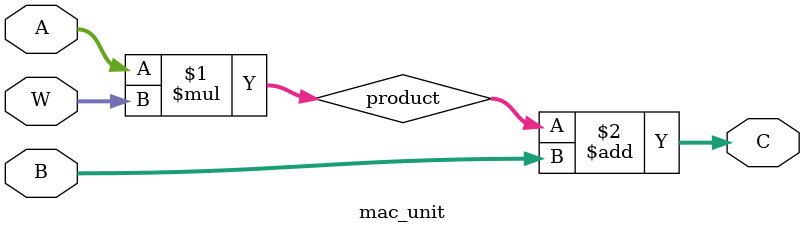
<source format=v>

module mac_unit (
    input [7:0] A,    // Input A (8-bit)
    input [7:0] W,    // Weight W (8-bit)
    input [15:0] B,   // Bias B or previous accumulated value (16-bit)
    output [15:0] C   // Output C (accumulated result, 16-bit)
);

    // Multiplier output: 8-bit × 8-bit = 16-bit
    wire [15:0] product; 
    
    // Perform multiplication
    assign product = A * W; 
    
    // Perform accumulation
    assign C = product + B; 

endmodule

</source>
